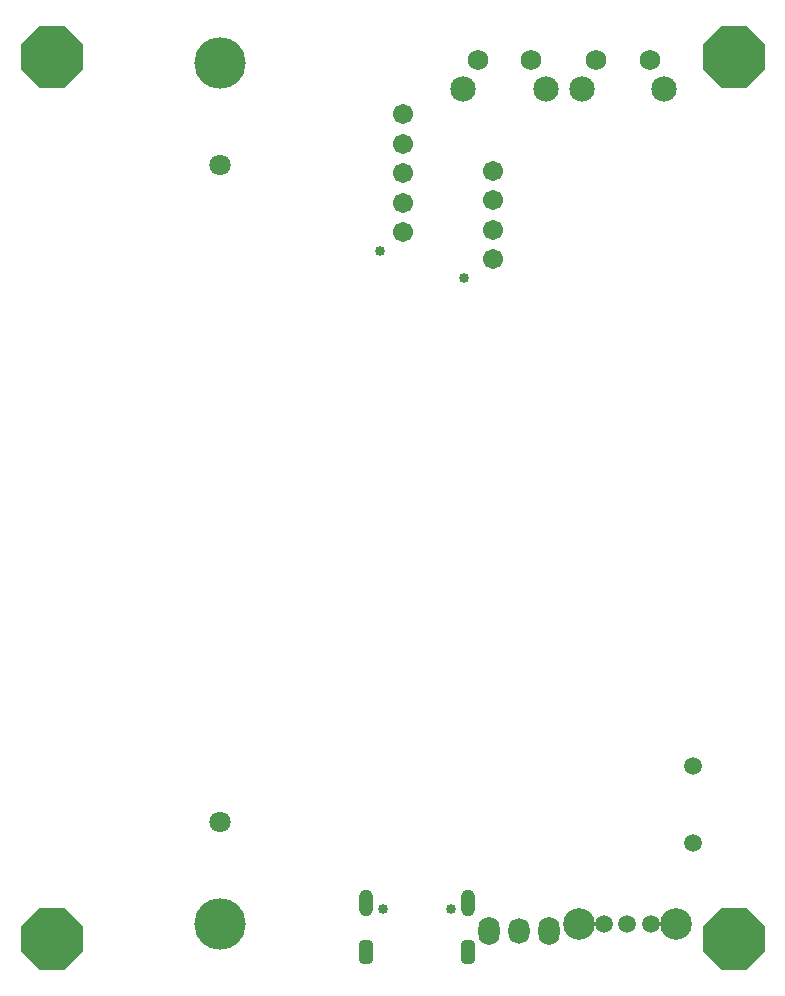
<source format=gbs>
G04*
G04 #@! TF.GenerationSoftware,Altium Limited,Altium Designer,18.0.7 (293)*
G04*
G04 Layer_Color=16711935*
%FSTAX24Y24*%
%MOIN*%
G70*
G01*
G75*
%ADD96C,0.0592*%
%ADD97C,0.0710*%
%ADD98C,0.1716*%
%ADD99C,0.0336*%
%ADD100C,0.0671*%
%ADD101C,0.0686*%
%ADD102C,0.0848*%
%ADD103O,0.0474X0.0907*%
G04:AMPARAMS|DCode=104|XSize=78.9mil|YSize=47.4mil|CornerRadius=13.8mil|HoleSize=0mil|Usage=FLASHONLY|Rotation=90.000|XOffset=0mil|YOffset=0mil|HoleType=Round|Shape=RoundedRectangle|*
%AMROUNDEDRECTD104*
21,1,0.0789,0.0197,0,0,90.0*
21,1,0.0512,0.0474,0,0,90.0*
1,1,0.0277,0.0098,0.0256*
1,1,0.0277,0.0098,-0.0256*
1,1,0.0277,-0.0098,-0.0256*
1,1,0.0277,-0.0098,0.0256*
%
%ADD104ROUNDEDRECTD104*%
%ADD105O,0.0710X0.0946*%
%ADD107C,0.1058*%
%ADD108P,0.2217X8X292.5*%
%ADD109P,0.2217X8X202.5*%
%ADD136O,0.0710X0.0867*%
D96*
X0328Y01465D02*
D03*
Y017209D02*
D03*
X0314Y01195D02*
D03*
X030613D02*
D03*
X029825D02*
D03*
D97*
X01705Y037244D02*
D03*
Y01535D02*
D03*
D98*
Y040647D02*
D03*
Y011946D02*
D03*
D99*
X022363Y034367D02*
D03*
X025166Y033467D02*
D03*
X022474Y01245D02*
D03*
X02475D02*
D03*
D100*
X02315Y038934D02*
D03*
Y03795D02*
D03*
Y036966D02*
D03*
Y035982D02*
D03*
Y034997D02*
D03*
X02615Y03705D02*
D03*
Y036066D02*
D03*
Y035082D02*
D03*
Y034097D02*
D03*
D101*
X031356Y04075D02*
D03*
X029584D02*
D03*
X0274D02*
D03*
X025628D02*
D03*
D102*
X03185Y03977D02*
D03*
X02909D02*
D03*
X027894D02*
D03*
X025134D02*
D03*
D103*
X025313Y012647D02*
D03*
X021911D02*
D03*
D104*
X025313Y011001D02*
D03*
X021911D02*
D03*
D105*
X026Y0117D02*
D03*
X028D02*
D03*
D107*
X032227Y01195D02*
D03*
X028998D02*
D03*
D108*
X034157Y04085D02*
D03*
X011433Y011433D02*
D03*
D109*
X034157D02*
D03*
X011433Y04085D02*
D03*
D136*
X027Y0117D02*
D03*
M02*

</source>
